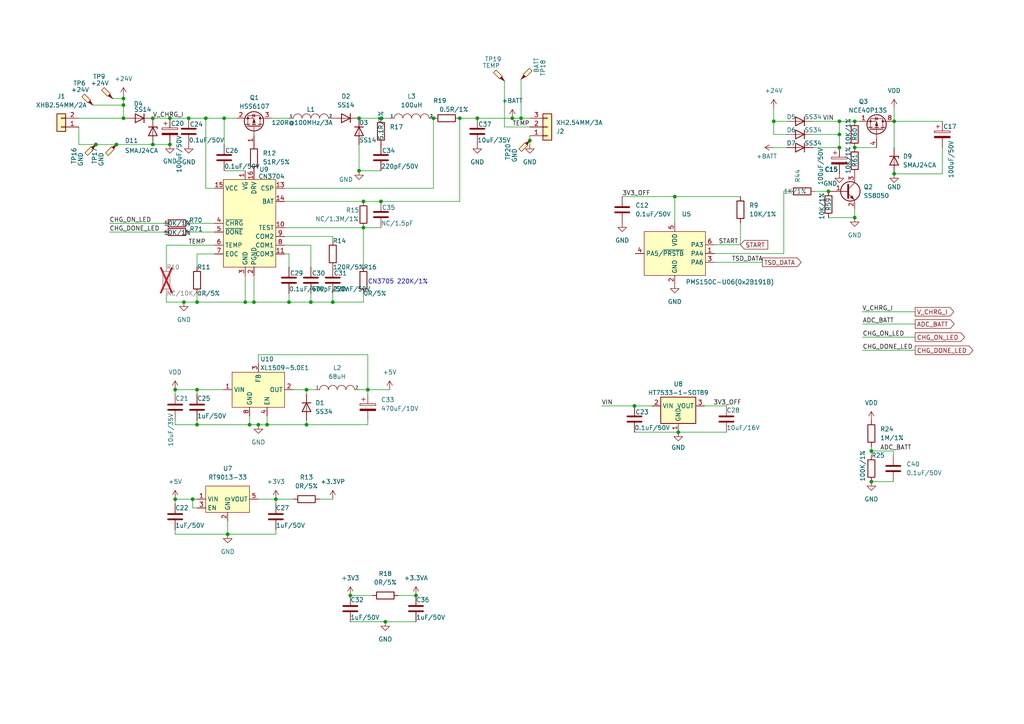
<source format=kicad_sch>
(kicad_sch (version 20231120) (generator "eeschema") (generator_version "8.0")
  (paper "A4")
  (lib_symbols
    (symbol "Connector:TestPoint_Probe" (pin_numbers hide) (pin_names (offset 0.762) hide)
      (property "Reference" "TP" (at 1.651 5.842 0))
      (property "Value" "TestPoint_Probe" (at 1.651 4.064 0))
      (symbol "TestPoint_Probe_0_1"
        (polyline (pts (xy 1.27 0.762) (xy 0 0) (xy 0.762 1.27) (xy 1.27 0.762)) (fill (type outline)))
        (polyline (pts (xy 1.397 0.635) (xy 0.635 1.397) (xy 2.413 3.175) (xy 3.175 2.413) (xy 1.397 0.635)) (fill (type background)))
      )
      (symbol "TestPoint_Probe_1_1"
        (pin passive line (at 0 0 90) (length 0) (name "1") (number "1"))
      )
    )
    (symbol "Connector_Generic:Conn_01x02" (pin_names (offset 1.016) hide)
      (property "Reference" "J" (at 0 2.54 0))
      (property "Value" "Conn_01x02" (at 0 -5.08 0))
      (symbol "Conn_01x02_1_1"
        (rectangle (start -1.27 -2.413) (end 0 -2.667) (stroke (width 0.1524)))
        (rectangle (start -1.27 0.127) (end 0 -0.127) (stroke (width 0.1524)))
        (rectangle (start -1.27 1.27) (end 1.27 -3.81) (stroke (width 0.254)) (fill (type background)))
        (pin passive line (at -5.08 0 0) (length 3.81) (name "Pin_1") (number "1"))
        (pin passive line (at -5.08 -2.54 0) (length 3.81) (name "Pin_2") (number "2"))
      )
    )
    (symbol "Connector_Generic:Conn_01x03" (pin_names (offset 1.016) hide)
      (property "Reference" "J" (at 0 5.08 0))
      (property "Value" "Conn_01x03" (at 0 -5.08 0))
      (symbol "Conn_01x03_1_1"
        (rectangle (start -1.27 -2.413) (end 0 -2.667) (stroke (width 0.1524)))
        (rectangle (start -1.27 0.127) (end 0 -0.127) (stroke (width 0.1524)))
        (rectangle (start -1.27 2.667) (end 0 2.413) (stroke (width 0.1524)))
        (rectangle (start -1.27 3.81) (end 1.27 -3.81) (stroke (width 0.254)) (fill (type background)))
        (pin passive line (at -5.08 2.54 0) (length 3.81) (name "Pin_1") (number "1"))
        (pin passive line (at -5.08 0 0) (length 3.81) (name "Pin_2") (number "2"))
        (pin passive line (at -5.08 -2.54 0) (length 3.81) (name "Pin_3") (number "3"))
      )
    )
    (symbol "Device:C" (pin_numbers hide) (pin_names (offset 0.254))
      (property "Reference" "C" (at 0.635 2.54 0))
      (property "Value" "C" (at 0.635 -2.54 0))
      (symbol "C_0_1"
        (polyline (pts (xy -2.032 -0.762) (xy 2.032 -0.762)) (stroke (width 0.508)))
        (polyline (pts (xy -2.032 0.762) (xy 2.032 0.762)) (stroke (width 0.508)))
      )
      (symbol "C_1_1"
        (pin passive line (at 0 3.81 270) (length 2.794) (name "~") (number "1"))
        (pin passive line (at 0 -3.81 90) (length 2.794) (name "~") (number "2"))
      )
    )
    (symbol "Device:C_Polarized" (pin_numbers hide) (pin_names (offset 0.254))
      (property "Reference" "C" (at 0.635 2.54 0))
      (property "Value" "C_Polarized" (at 0.635 -2.54 0))
      (symbol "C_Polarized_0_1"
        (rectangle (start -2.286 0.508) (end 2.286 1.016))
        (polyline (pts (xy -1.778 2.286) (xy -0.762 2.286)))
        (polyline (pts (xy -1.27 2.794) (xy -1.27 1.778)))
        (rectangle (start 2.286 -0.508) (end -2.286 -1.016) (fill (type outline)))
      )
      (symbol "C_Polarized_1_1"
        (pin passive line (at 0 3.81 270) (length 2.794) (name "~") (number "1"))
        (pin passive line (at 0 -3.81 90) (length 2.794) (name "~") (number "2"))
      )
    )
    (symbol "Device:D" (pin_numbers hide) (pin_names (offset 1.016) hide)
      (property "Reference" "D" (at 0 2.54 0))
      (property "Value" "D" (at 0 -2.54 0))
      (symbol "D_0_1"
        (polyline (pts (xy -1.27 1.27) (xy -1.27 -1.27)) (stroke (width 0.254)))
        (polyline (pts (xy 1.27 0) (xy -1.27 0)))
        (polyline (pts (xy 1.27 1.27) (xy 1.27 -1.27) (xy -1.27 0) (xy 1.27 1.27)) (stroke (width 0.254)))
      )
      (symbol "D_1_1"
        (pin passive line (at -3.81 0 0) (length 2.54) (name "K") (number "1"))
        (pin passive line (at 3.81 0 180) (length 2.54) (name "A") (number "2"))
      )
    )
    (symbol "Device:D_Zener" (pin_numbers hide) (pin_names (offset 1.016) hide)
      (property "Reference" "D" (at 0 2.54 0))
      (property "Value" "D_Zener" (at 0 -2.54 0))
      (symbol "D_Zener_0_1"
        (polyline (pts (xy 1.27 0) (xy -1.27 0)))
        (polyline (pts (xy -1.27 -1.27) (xy -1.27 1.27) (xy -0.762 1.27)) (stroke (width 0.254)))
        (polyline (pts (xy 1.27 -1.27) (xy 1.27 1.27) (xy -1.27 0) (xy 1.27 -1.27)) (stroke (width 0.254)))
      )
      (symbol "D_Zener_1_1"
        (pin passive line (at -3.81 0 0) (length 2.54) (name "K") (number "1"))
        (pin passive line (at 3.81 0 180) (length 2.54) (name "A") (number "2"))
      )
    )
    (symbol "Device:Q_NPN_BEC" (pin_names (offset 0) hide)
      (property "Reference" "Q" (at 5.08 1.27 0))
      (property "Value" "Q_NPN_BEC" (at 5.08 -1.27 0))
      (symbol "Q_NPN_BEC_0_1"
        (polyline (pts (xy 0.635 0.635) (xy 2.54 2.54)))
        (polyline (pts (xy 0.635 -0.635) (xy 2.54 -2.54) (xy 2.54 -2.54)))
        (polyline (pts (xy 0.635 1.905) (xy 0.635 -1.905) (xy 0.635 -1.905)) (stroke (width 0.508)))
        (polyline (pts (xy 1.27 -1.778) (xy 1.778 -1.27) (xy 2.286 -2.286) (xy 1.27 -1.778) (xy 1.27 -1.778)) (fill (type outline)))
        (circle (center 1.27 0) (radius 2.8194) (stroke (width 0.254)))
      )
      (symbol "Q_NPN_BEC_1_1"
        (pin input line (at -5.08 0 0) (length 5.715) (name "B") (number "1"))
        (pin passive line (at 2.54 -5.08 90) (length 2.54) (name "E") (number "2"))
        (pin passive line (at 2.54 5.08 270) (length 2.54) (name "C") (number "3"))
      )
    )
    (symbol "Device:Q_PMOS_GSD" (pin_names (offset 0) hide)
      (property "Reference" "Q" (at 5.08 1.27 0))
      (property "Value" "Q_PMOS_GSD" (at 5.08 -1.27 0))
      (symbol "Q_PMOS_GSD_0_1"
        (polyline (pts (xy 0.254 0) (xy -2.54 0)))
        (polyline (pts (xy 0.254 1.905) (xy 0.254 -1.905)) (stroke (width 0.254)))
        (polyline (pts (xy 0.762 -1.27) (xy 0.762 -2.286)) (stroke (width 0.254)))
        (polyline (pts (xy 0.762 0.508) (xy 0.762 -0.508)) (stroke (width 0.254)))
        (polyline (pts (xy 0.762 2.286) (xy 0.762 1.27)) (stroke (width 0.254)))
        (polyline (pts (xy 2.54 2.54) (xy 2.54 1.778)))
        (polyline (pts (xy 2.54 -2.54) (xy 2.54 0) (xy 0.762 0)))
        (polyline (pts (xy 0.762 1.778) (xy 3.302 1.778) (xy 3.302 -1.778) (xy 0.762 -1.778)))
        (polyline (pts (xy 2.286 0) (xy 1.27 0.381) (xy 1.27 -0.381) (xy 2.286 0)) (fill (type outline)))
        (polyline (pts (xy 2.794 -0.508) (xy 2.921 -0.381) (xy 3.683 -0.381) (xy 3.81 -0.254)))
        (polyline (pts (xy 3.302 -0.381) (xy 2.921 0.254) (xy 3.683 0.254) (xy 3.302 -0.381)))
        (circle (center 1.651 0) (radius 2.794) (stroke (width 0.254)))
        (circle (center 2.54 -1.778) (radius 0.254) (fill (type outline)))
        (circle (center 2.54 1.778) (radius 0.254) (fill (type outline)))
      )
      (symbol "Q_PMOS_GSD_1_1"
        (pin input line (at -5.08 0 0) (length 2.54) (name "G") (number "1"))
        (pin passive line (at 2.54 -5.08 90) (length 2.54) (name "S") (number "2"))
        (pin passive line (at 2.54 5.08 270) (length 2.54) (name "D") (number "3"))
      )
    )
    (symbol "Device:R" (pin_numbers hide) (pin_names (offset 0))
      (property "Reference" "R" (at 2.032 0 90))
      (property "Value" "R" (at 0 0 90))
      (symbol "R_0_1"
        (rectangle (start -1.016 -2.54) (end 1.016 2.54) (stroke (width 0.254)))
      )
      (symbol "R_1_1"
        (pin passive line (at 0 3.81 270) (length 1.27) (name "~") (number "1"))
        (pin passive line (at 0 -3.81 90) (length 1.27) (name "~") (number "2"))
      )
    )
    (symbol "GND_1" (power) (pin_names (offset 0))
      (property "Value" "GND_1" (at 0 -3.81 0))
      (symbol "GND_1_0_1"
        (polyline (pts (xy 0 0) (xy 0 -1.27) (xy 1.27 -1.27) (xy 0 -2.54) (xy -1.27 -1.27) (xy 0 -1.27)))
      )
      (symbol "GND_1_1_1"
        (pin power_in line (at 0 0 270) (length 0) hide (name "GND") (number "1"))
      )
    )
    (symbol "Ovo_MCU_Padauk:PMS150C-U06"
      (property "Reference" "U" (at 3.81 10.16 0))
      (property "Value" "PMS150C-U06" (at 8.89 7.62 0))
      (symbol "PMS150C-U06_0_1"
        (rectangle (start -8.89 6.35) (end 8.89 -6.35) (fill (type background)))
      )
      (symbol "PMS150C-U06_1_1"
        (pin bidirectional line (at 11.43 0 180) (length 2.54) (name "PA4") (number "1"))
        (pin power_in line (at 0 -8.89 90) (length 2.54) (name "GND") (number "2"))
        (pin bidirectional line (at 11.43 -2.54 180) (length 2.54) (name "PA6") (number "3"))
        (pin bidirectional line (at -11.43 0 0) (length 2.54) (name "PA5/~{PRSTB}") (number "4"))
        (pin power_in line (at 0 8.89 270) (length 2.54) (name "VDD") (number "5"))
        (pin bidirectional line (at 11.43 2.54 180) (length 2.54) (name "PA3") (number "6"))
      )
    )
    (symbol "Ovo_Power_Management:CN3704"
      (property "Reference" "U" (at -6.35 13.97 0))
      (property "Value" "CN3704" (at -8.89 -15.24 0))
      (symbol "CN3704_0_1"
        (rectangle (start -7.62 12.7) (end 7.62 -12.7) (fill (type background)))
      )
      (symbol "CN3704_1_1"
        (pin power_out line (at -1.27 15.24 270) (length 2.54) (name "VG") (number "1"))
        (pin passive line (at 10.16 -1.27 180) (length 2.54) (name "TEST") (number "10"))
        (pin passive line (at 10.16 -8.89 180) (length 2.54) (name "COM3") (number "11"))
        (pin no_connect line (at 10.16 1.27 180) (length 2.54) hide (name "NC") (number "12"))
        (pin input line (at 10.16 10.16 180) (length 2.54) (name "CSP") (number "13"))
        (pin input line (at 10.16 6.35 180) (length 2.54) (name "BAT") (number "14"))
        (pin power_in line (at -10.16 10.16 0) (length 2.54) (name "VCC") (number "15"))
        (pin output line (at 1.27 15.24 270) (length 2.54) (name "DRV") (number "16"))
        (pin power_in line (at 1.27 -15.24 90) (length 2.54) (name "PGND") (number "2"))
        (pin power_in line (at -1.27 -15.24 90) (length 2.54) (name "GND") (number "3"))
        (pin output line (at -10.16 0 0) (length 2.54) (name "~{CHRG}") (number "4"))
        (pin output line (at -10.16 -2.54 0) (length 2.54) (name "~{DONE}") (number "5"))
        (pin input line (at -10.16 -6.35 0) (length 2.54) (name "TEMP") (number "6"))
        (pin input line (at -10.16 -8.89 0) (length 2.54) (name "EOC") (number "7"))
        (pin passive line (at 10.16 -6.35 180) (length 2.54) (name "COM1") (number "8"))
        (pin passive line (at 10.16 -3.81 180) (length 2.54) (name "COM2") (number "9"))
      )
    )
    (symbol "Ovo_Power_Management:RT9013-xx"
      (property "Reference" "U" (at 0 8.89 0))
      (property "Value" "RT9013-xx" (at 1.27 -10.16 0))
      (symbol "RT9013-xx_0_1"
        (rectangle (start -6.35 3.81) (end 6.35 -3.81) (fill (type background)))
      )
      (symbol "RT9013-xx_1_1"
        (pin power_in line (at -8.89 0 0) (length 2.54) (name "VIN") (number "1"))
        (pin power_in line (at 0 -6.35 90) (length 2.54) (name "GND") (number "2"))
        (pin input line (at -8.89 -2.54 0) (length 2.54) (name "EN") (number "3"))
        (pin passive line (at 8.89 -2.54 180) (length 2.54) hide (name "NC") (number "4"))
        (pin power_out line (at 8.89 0 180) (length 2.54) (name "VOUT") (number "5"))
      )
    )
    (symbol "Ovo_Power_Management:XL1509-xxE1"
      (property "Reference" "U" (at -5.08 6.35 0))
      (property "Value" "XL1509-xxE1" (at 7.62 6.35 0))
      (symbol "XL1509-xxE1_0_1"
        (rectangle (start -7.62 5.08) (end 7.62 -5.08) (fill (type background)))
      )
      (symbol "XL1509-xxE1_1_1"
        (pin power_in line (at -10.16 0 0) (length 2.54) (name "VIN") (number "1"))
        (pin power_out line (at 10.16 0 180) (length 2.54) (name "OUT") (number "2"))
        (pin input line (at 0 7.62 270) (length 2.54) (name "FB") (number "3"))
        (pin input line (at 2.54 -7.62 90) (length 2.54) (name "EN") (number "4"))
        (pin power_in line (at -2.54 -7.62 90) (length 2.54) hide (name "GND") (number "5"))
        (pin power_in line (at -2.54 -7.62 90) (length 2.54) hide (name "GND") (number "6"))
        (pin power_in line (at -2.54 -7.62 90) (length 2.54) hide (name "GND") (number "7"))
        (pin power_in line (at -2.54 -7.62 90) (length 2.54) (name "GND") (number "8"))
      )
    )
    (symbol "Regulator_Linear:HT75xx-1-SOT89"
      (property "Reference" "U" (at -5.08 -3.81 0))
      (property "Value" "HT75xx-1-SOT89" (at 0 6.35 0))
      (symbol "HT75xx-1-SOT89_0_1"
        (rectangle (start -5.08 5.08) (end 5.08 -2.54) (stroke (width 0.254)) (fill (type background)))
      )
      (symbol "HT75xx-1-SOT89_1_1"
        (pin power_in line (at 0 -5.08 90) (length 2.54) (name "GND") (number "1"))
        (pin power_in line (at -7.62 2.54 0) (length 2.54) (name "VIN") (number "2"))
        (pin power_out line (at 7.62 2.54 180) (length 2.54) (name "VOUT") (number "3"))
      )
    )
    (symbol "Transistor_FET:FDS9435A" (pin_names hide)
      (property "Reference" "Q" (at 5.08 1.905 0))
      (property "Value" "FDS9435A" (at 5.08 0 0))
      (symbol "FDS9435A_0_1"
        (polyline (pts (xy 0.254 0) (xy -2.54 0)))
        (polyline (pts (xy 0.254 1.905) (xy 0.254 -1.905)) (stroke (width 0.254)))
        (polyline (pts (xy 0.762 -1.27) (xy 0.762 -2.286)) (stroke (width 0.254)))
        (polyline (pts (xy 0.762 0.508) (xy 0.762 -0.508)) (stroke (width 0.254)))
        (polyline (pts (xy 0.762 2.286) (xy 0.762 1.27)) (stroke (width 0.254)))
        (polyline (pts (xy 2.54 2.54) (xy 2.54 1.778)))
        (polyline (pts (xy 2.54 -2.54) (xy 2.54 0) (xy 0.762 0)))
        (polyline (pts (xy 0.762 1.778) (xy 3.302 1.778) (xy 3.302 -1.778) (xy 0.762 -1.778)))
        (polyline (pts (xy 2.286 0) (xy 1.27 0.381) (xy 1.27 -0.381) (xy 2.286 0)) (fill (type outline)))
        (polyline (pts (xy 2.794 -0.508) (xy 2.921 -0.381) (xy 3.683 -0.381) (xy 3.81 -0.254)))
        (polyline (pts (xy 3.302 -0.381) (xy 2.921 0.254) (xy 3.683 0.254) (xy 3.302 -0.381)))
        (circle (center 1.651 0) (radius 2.794) (stroke (width 0.254)))
        (circle (center 2.54 -1.778) (radius 0.254) (fill (type outline)))
        (circle (center 2.54 1.778) (radius 0.254) (fill (type outline)))
      )
      (symbol "FDS9435A_1_1"
        (pin passive line (at 2.54 -5.08 90) (length 2.54) (name "S") (number "1"))
        (pin passive line (at 2.54 -5.08 90) (length 2.54) hide (name "S") (number "2"))
        (pin passive line (at 2.54 -5.08 90) (length 2.54) hide (name "S") (number "3"))
        (pin passive line (at -5.08 0 0) (length 2.54) (name "G") (number "4"))
        (pin passive line (at 2.54 5.08 270) (length 2.54) hide (name "D") (number "5"))
        (pin passive line (at 2.54 5.08 270) (length 2.54) hide (name "D") (number "6"))
        (pin passive line (at 2.54 5.08 270) (length 2.54) hide (name "D") (number "7"))
        (pin passive line (at 2.54 5.08 270) (length 2.54) (name "D") (number "8"))
      )
    )
    (symbol "power:+24V" (power) (pin_names (offset 0))
      (property "Value" "+24V" (at 0 3.556 0))
      (symbol "+24V_0_1"
        (polyline (pts (xy -0.762 1.27) (xy 0 2.54)))
        (polyline (pts (xy 0 0) (xy 0 2.54)))
        (polyline (pts (xy 0 2.54) (xy 0.762 1.27)))
      )
      (symbol "+24V_1_1"
        (pin power_in line (at 0 0 90) (length 0) hide (name "+24V") (number "1"))
      )
    )
    (symbol "power:+3.3VA" (power) (pin_names (offset 0))
      (property "Value" "+3.3VA" (at 0 3.556 0))
      (symbol "+3.3VA_0_1"
        (polyline (pts (xy -0.762 1.27) (xy 0 2.54)))
        (polyline (pts (xy 0 0) (xy 0 2.54)))
        (polyline (pts (xy 0 2.54) (xy 0.762 1.27)))
      )
      (symbol "+3.3VA_1_1"
        (pin power_in line (at 0 0 90) (length 0) hide (name "+3.3VA") (number "1"))
      )
    )
    (symbol "power:+3.3VP" (power) (pin_names (offset 0))
      (property "Value" "+3.3VP" (at 0 2.54 0))
      (symbol "+3.3VP_0_0"
        (pin power_in line (at 0 0 90) (length 0) hide (name "+3.3VP") (number "1"))
      )
      (symbol "+3.3VP_0_1"
        (polyline (pts (xy -0.762 1.27) (xy 0 2.54)))
        (polyline (pts (xy 0 0) (xy 0 2.54)))
        (polyline (pts (xy 0 2.54) (xy 0.762 1.27)))
      )
    )
    (symbol "power:+3V3" (power) (pin_names (offset 0))
      (property "Value" "+3V3" (at 0 3.556 0))
      (symbol "+3V3_0_1"
        (polyline (pts (xy -0.762 1.27) (xy 0 2.54)))
        (polyline (pts (xy 0 0) (xy 0 2.54)))
        (polyline (pts (xy 0 2.54) (xy 0.762 1.27)))
      )
      (symbol "+3V3_1_1"
        (pin power_in line (at 0 0 90) (length 0) hide (name "+3V3") (number "1"))
      )
    )
    (symbol "power:+5V" (power) (pin_names (offset 0))
      (property "Value" "+5V" (at 0 3.556 0))
      (symbol "+5V_0_1"
        (polyline (pts (xy -0.762 1.27) (xy 0 2.54)))
        (polyline (pts (xy 0 0) (xy 0 2.54)))
        (polyline (pts (xy 0 2.54) (xy 0.762 1.27)))
      )
      (symbol "+5V_1_1"
        (pin power_in line (at 0 0 90) (length 0) hide (name "+5V") (number "1"))
      )
    )
    (symbol "power:+BATT" (power) (pin_names (offset 0))
      (property "Value" "+BATT" (at 0 3.556 0))
      (symbol "+BATT_0_1"
        (polyline (pts (xy -0.762 1.27) (xy 0 2.54)))
        (polyline (pts (xy 0 0) (xy 0 2.54)))
        (polyline (pts (xy 0 2.54) (xy 0.762 1.27)))
      )
      (symbol "+BATT_1_1"
        (pin power_in line (at 0 0 90) (length 0) hide (name "+BATT") (number "1"))
      )
    )
    (symbol "power:GND" (power) (pin_names (offset 0))
      (property "Value" "GND" (at 0 -3.81 0))
      (symbol "GND_0_1"
        (polyline (pts (xy 0 0) (xy 0 -1.27) (xy 1.27 -1.27) (xy 0 -2.54) (xy -1.27 -1.27) (xy 0 -1.27)))
      )
      (symbol "GND_1_1"
        (pin power_in line (at 0 0 270) (length 0) hide (name "GND") (number "1"))
      )
    )
    (symbol "power:VDD" (power) (pin_names (offset 0))
      (property "Value" "VDD" (at 0 3.81 0))
      (symbol "VDD_0_1"
        (polyline (pts (xy -0.762 1.27) (xy 0 2.54)))
        (polyline (pts (xy 0 0) (xy 0 2.54)))
        (polyline (pts (xy 0 2.54) (xy 0.762 1.27)))
      )
      (symbol "VDD_1_1"
        (pin power_in line (at 0 0 90) (length 0) hide (name "VDD") (number "1"))
      )
    )
    (symbol "pspice:INDUCTOR" (pin_numbers hide) (pin_names (offset 0))
      (property "Reference" "L" (at 0 2.54 0))
      (property "Value" "INDUCTOR" (at 0 -1.27 0))
      (symbol "INDUCTOR_0_1"
        (arc (start -2.54 0) (mid -3.81 1.2645) (end -5.08 0))
        (arc (start 0 0) (mid -1.27 1.2645) (end -2.54 0))
        (arc (start 2.54 0) (mid 1.27 1.2645) (end 0 0))
        (arc (start 5.08 0) (mid 3.81 1.2645) (end 2.54 0))
      )
      (symbol "INDUCTOR_1_1"
        (pin input line (at -6.35 0 0) (length 1.27) (name "1") (number "1"))
        (pin input line (at 6.35 0 180) (length 1.27) (name "2") (number "2"))
      )
    )
  )
  (junction (at 27.813 41.91))
  (junction (at 195.707 57.023))
  (junction (at 133.35 34.29))
  (junction (at 55.88 144.78))
  (junction (at 49.276 41.91))
  (junction (at 57.15 123.19))
  (junction (at 243.459 42.799))
  (junction (at 243.459 38.989))
  (junction (at 53.34 87.63))
  (junction (at 57.15 113.03))
  (junction (at 57.15 87.63))
  (junction (at 111.76 180.34))
  (junction (at 196.723 125.349))
  (junction (at 153.67 40.767))
  (junction (at 184.023 117.729))
  (junction (at 259.334 50.419))
  (junction (at 74.93 123.19))
  (junction (at 72.39 123.19))
  (junction (at 83.82 87.63))
  (junction (at 66.04 154.94))
  (junction (at 259.334 35.179))
  (junction (at 105.41 66.04))
  (junction (at 101.6 172.72))
  (junction (at 88.9 113.03))
  (junction (at 240.284 55.499))
  (junction (at 77.47 123.19))
  (junction (at 50.8 144.78))
  (junction (at 120.65 172.72))
  (junction (at 44.323 34.29))
  (junction (at 59.69 34.29))
  (junction (at 104.14 49.53))
  (junction (at 65.024 34.29))
  (junction (at 80.01 144.78))
  (junction (at 110.49 58.42))
  (junction (at 71.12 87.63))
  (junction (at 35.814 28.575))
  (junction (at 224.409 35.179))
  (junction (at 104.14 34.29))
  (junction (at 252.73 139.7))
  (junction (at 247.904 42.799))
  (junction (at 247.904 35.179))
  (junction (at 148.59 34.29))
  (junction (at 106.68 113.03))
  (junction (at 50.8 113.03))
  (junction (at 88.9 123.19))
  (junction (at 35.814 34.29))
  (junction (at 96.52 87.63))
  (junction (at 35.814 30.48))
  (junction (at 73.66 87.63))
  (junction (at 243.459 35.179))
  (junction (at 33.782 41.91))
  (junction (at 90.17 87.63))
  (junction (at 252.73 130.81))
  (junction (at 54.737 34.29))
  (junction (at 125.73 34.29))
  (junction (at 110.49 34.29))
  (junction (at 138.43 34.29))
  (junction (at 105.41 58.42))
  (junction (at 49.276 34.29))
  (junction (at 151.13 34.29))
  (junction (at 247.904 63.119))
  (junction (at 44.323 41.91))
  (wire (pts (xy 77.47 123.19) (xy 88.9 123.19)))
  (wire (pts (xy 250.063 90.424) (xy 265.43 90.424)))
  (wire (pts (xy 49.276 34.29) (xy 54.737 34.29)))
  (wire (pts (xy 196.723 125.349) (xy 210.693 125.349)))
  (wire (pts (xy 57.15 123.19) (xy 57.15 121.92)))
  (wire (pts (xy 105.41 66.04) (xy 105.41 77.47)))
  (wire (pts (xy 146.304 36.83) (xy 153.67 36.83)))
  (wire (pts (xy 252.73 139.7) (xy 259.08 139.7)))
  (wire (pts (xy 151.13 22.987) (xy 151.13 34.29)))
  (wire (pts (xy 224.409 31.369) (xy 224.409 35.179)))
  (wire (pts (xy 252.73 130.81) (xy 259.08 130.81)))
  (wire (pts (xy 22.86 41.91) (xy 27.813 41.91)))
  (wire (pts (xy 57.15 77.47) (xy 57.15 73.66)))
  (wire (pts (xy 74.93 102.87) (xy 106.68 102.87)))
  (wire (pts (xy 259.08 132.08) (xy 259.08 130.81)))
  (wire (pts (xy 35.814 28.575) (xy 35.814 30.48)))
  (wire (pts (xy 104.14 49.53) (xy 104.14 41.91)))
  (wire (pts (xy 73.66 80.01) (xy 73.66 87.63)))
  (wire (pts (xy 74.93 123.19) (xy 77.47 123.19)))
  (wire (pts (xy 195.707 57.023) (xy 214.757 57.023)))
  (wire (pts (xy 82.55 66.04) (xy 105.41 66.04)))
  (wire (pts (xy 92.71 144.78) (xy 96.52 144.78)))
  (wire (pts (xy 72.39 123.19) (xy 74.93 123.19)))
  (wire (pts (xy 27.813 41.91) (xy 33.782 41.91)))
  (wire (pts (xy 151.13 34.29) (xy 153.67 34.29)))
  (wire (pts (xy 55.118 67.31) (xy 62.23 67.31)))
  (wire (pts (xy 105.41 66.04) (xy 110.49 66.04)))
  (wire (pts (xy 26.924 30.48) (xy 35.814 30.48)))
  (wire (pts (xy 243.459 35.179) (xy 243.459 38.989)))
  (wire (pts (xy 240.284 63.119) (xy 247.904 63.119)))
  (wire (pts (xy 48.26 77.47) (xy 48.26 71.12)))
  (wire (pts (xy 273.304 42.799) (xy 273.304 50.419)))
  (wire (pts (xy 22.86 36.83) (xy 22.86 41.91)))
  (wire (pts (xy 96.52 87.63) (xy 96.52 85.09)))
  (wire (pts (xy 31.75 64.77) (xy 47.498 64.77)))
  (wire (pts (xy 77.47 120.65) (xy 77.47 123.19)))
  (wire (pts (xy 83.82 77.47) (xy 83.82 73.66)))
  (wire (pts (xy 88.9 123.19) (xy 106.68 123.19)))
  (wire (pts (xy 59.69 34.29) (xy 59.69 54.61)))
  (wire (pts (xy 74.93 144.78) (xy 80.01 144.78)))
  (wire (pts (xy 247.904 35.179) (xy 249.174 35.179)))
  (wire (pts (xy 53.34 87.63) (xy 57.15 87.63)))
  (wire (pts (xy 50.8 123.19) (xy 50.8 121.92)))
  (wire (pts (xy 250.19 101.6) (xy 265.43 101.6)))
  (wire (pts (xy 65.024 34.29) (xy 68.58 34.29)))
  (wire (pts (xy 133.35 34.29) (xy 138.43 34.29)))
  (wire (pts (xy 106.68 123.19) (xy 106.68 121.92)))
  (wire (pts (xy 57.15 123.19) (xy 72.39 123.19)))
  (wire (pts (xy 146.304 23.495) (xy 146.304 36.83)))
  (wire (pts (xy 259.334 35.179) (xy 259.334 42.799)))
  (wire (pts (xy 224.409 35.179) (xy 224.409 38.989)))
  (wire (pts (xy 66.04 154.94) (xy 80.01 154.94)))
  (wire (pts (xy 235.839 38.989) (xy 243.459 38.989)))
  (wire (pts (xy 207.137 76.073) (xy 221.107 76.073)))
  (wire (pts (xy 54.737 34.29) (xy 59.69 34.29)))
  (wire (pts (xy 101.6 180.34) (xy 111.76 180.34)))
  (wire (pts (xy 50.8 153.67) (xy 50.8 154.94)))
  (wire (pts (xy 224.409 35.179) (xy 228.219 35.179)))
  (wire (pts (xy 259.334 35.179) (xy 273.304 35.179)))
  (wire (pts (xy 214.757 64.643) (xy 214.757 70.993)))
  (wire (pts (xy 50.8 146.05) (xy 50.8 144.78)))
  (wire (pts (xy 90.17 87.63) (xy 96.52 87.63)))
  (wire (pts (xy 44.323 41.91) (xy 49.276 41.91)))
  (wire (pts (xy 101.6 172.72) (xy 107.95 172.72)))
  (wire (pts (xy 55.118 64.77) (xy 62.23 64.77)))
  (wire (pts (xy 72.39 120.65) (xy 72.39 123.19)))
  (wire (pts (xy 65.024 41.91) (xy 65.024 34.29)))
  (wire (pts (xy 236.474 55.499) (xy 240.284 55.499)))
  (wire (pts (xy 74.93 105.41) (xy 74.93 102.87)))
  (wire (pts (xy 153.67 41.91) (xy 153.67 40.767)))
  (wire (pts (xy 48.26 85.09) (xy 48.26 87.63)))
  (wire (pts (xy 138.43 34.29) (xy 148.59 34.29)))
  (wire (pts (xy 184.023 125.349) (xy 196.723 125.349)))
  (wire (pts (xy 214.757 70.993) (xy 207.137 70.993)))
  (wire (pts (xy 35.814 27.94) (xy 35.814 28.575)))
  (wire (pts (xy 106.68 102.87) (xy 106.68 113.03)))
  (wire (pts (xy 90.17 77.47) (xy 90.17 71.12)))
  (wire (pts (xy 83.82 87.63) (xy 83.82 85.09)))
  (wire (pts (xy 73.66 87.63) (xy 83.82 87.63)))
  (wire (pts (xy 113.03 34.29) (xy 110.49 34.29)))
  (wire (pts (xy 50.8 113.03) (xy 57.15 113.03)))
  (wire (pts (xy 65.024 49.53) (xy 71.12 49.53)))
  (wire (pts (xy 243.459 35.179) (xy 247.904 35.179)))
  (wire (pts (xy 227.33 55.499) (xy 227.33 73.533)))
  (wire (pts (xy 48.26 87.63) (xy 53.34 87.63)))
  (wire (pts (xy 80.01 144.78) (xy 85.09 144.78)))
  (wire (pts (xy 125.73 54.61) (xy 125.73 34.29)))
  (wire (pts (xy 91.44 113.03) (xy 88.9 113.03)))
  (wire (pts (xy 207.137 73.533) (xy 227.33 73.533)))
  (wire (pts (xy 44.323 34.29) (xy 49.276 34.29)))
  (wire (pts (xy 82.55 54.61) (xy 125.73 54.61)))
  (wire (pts (xy 59.69 34.29) (xy 65.024 34.29)))
  (wire (pts (xy 73.66 87.63) (xy 71.12 87.63)))
  (wire (pts (xy 250.19 97.79) (xy 265.43 97.79)))
  (wire (pts (xy 88.9 114.3) (xy 88.9 113.03)))
  (wire (pts (xy 104.14 49.53) (xy 110.49 49.53)))
  (wire (pts (xy 50.8 114.3) (xy 50.8 113.03)))
  (wire (pts (xy 204.343 117.729) (xy 210.693 117.729)))
  (wire (pts (xy 133.35 58.42) (xy 133.35 34.29)))
  (wire (pts (xy 110.49 34.29) (xy 104.14 34.29)))
  (wire (pts (xy 48.26 71.12) (xy 62.23 71.12)))
  (wire (pts (xy 35.814 30.48) (xy 35.814 34.29)))
  (wire (pts (xy 106.68 113.03) (xy 104.14 113.03)))
  (wire (pts (xy 115.57 172.72) (xy 120.65 172.72)))
  (wire (pts (xy 80.01 154.94) (xy 80.01 153.67)))
  (wire (pts (xy 35.814 34.29) (xy 36.703 34.29)))
  (wire (pts (xy 180.467 57.023) (xy 195.707 57.023)))
  (wire (pts (xy 78.74 34.29) (xy 83.82 34.29)))
  (wire (pts (xy 57.15 87.63) (xy 71.12 87.63)))
  (wire (pts (xy 71.12 87.63) (xy 71.12 80.01)))
  (wire (pts (xy 153.67 40.767) (xy 153.67 39.37)))
  (wire (pts (xy 55.88 144.78) (xy 57.15 144.78)))
  (wire (pts (xy 57.15 113.03) (xy 64.77 113.03)))
  (wire (pts (xy 31.75 67.31) (xy 47.498 67.31)))
  (wire (pts (xy 106.68 114.3) (xy 106.68 113.03)))
  (wire (pts (xy 50.8 123.19) (xy 57.15 123.19)))
  (wire (pts (xy 57.15 87.63) (xy 57.15 85.09)))
  (wire (pts (xy 50.8 154.94) (xy 66.04 154.94)))
  (wire (pts (xy 83.82 73.66) (xy 82.55 73.66)))
  (wire (pts (xy 105.41 87.63) (xy 96.52 87.63)))
  (wire (pts (xy 50.8 144.78) (xy 55.88 144.78)))
  (wire (pts (xy 105.41 58.42) (xy 110.49 58.42)))
  (wire (pts (xy 33.782 41.91) (xy 44.323 41.91)))
  (wire (pts (xy 227.33 55.499) (xy 228.854 55.499)))
  (wire (pts (xy 174.498 117.729) (xy 184.023 117.729)))
  (wire (pts (xy 235.839 42.799) (xy 243.459 42.799)))
  (wire (pts (xy 80.01 144.78) (xy 80.01 146.05)))
  (wire (pts (xy 224.409 38.989) (xy 228.219 38.989)))
  (wire (pts (xy 195.707 57.023) (xy 195.707 64.643)))
  (wire (pts (xy 247.904 63.119) (xy 247.904 60.579)))
  (wire (pts (xy 66.04 151.13) (xy 66.04 154.94)))
  (wire (pts (xy 111.76 180.34) (xy 120.65 180.34)))
  (wire (pts (xy 259.334 35.179) (xy 259.334 31.369)))
  (wire (pts (xy 235.839 35.179) (xy 243.459 35.179)))
  (wire (pts (xy 88.9 123.19) (xy 88.9 121.92)))
  (wire (pts (xy 113.03 113.03) (xy 106.68 113.03)))
  (wire (pts (xy 252.73 129.54) (xy 252.73 130.81)))
  (wire (pts (xy 55.88 147.32) (xy 55.88 144.78)))
  (wire (pts (xy 224.409 42.799) (xy 228.219 42.799)))
  (wire (pts (xy 83.82 87.63) (xy 90.17 87.63)))
  (wire (pts (xy 148.59 34.29) (xy 151.13 34.29)))
  (wire (pts (xy 57.15 73.66) (xy 62.23 73.66)))
  (wire (pts (xy 22.86 34.29) (xy 35.814 34.29)))
  (wire (pts (xy 57.15 147.32) (xy 55.88 147.32)))
  (wire (pts (xy 32.639 28.575) (xy 35.814 28.575)))
  (wire (pts (xy 105.41 85.09) (xy 105.41 87.63)))
  (wire (pts (xy 110.49 58.42) (xy 133.35 58.42)))
  (wire (pts (xy 250.19 93.98) (xy 265.43 93.98)))
  (wire (pts (xy 85.09 113.03) (xy 88.9 113.03)))
  (wire (pts (xy 243.459 38.989) (xy 243.459 42.799)))
  (wire (pts (xy 252.73 130.81) (xy 252.73 132.08)))
  (wire (pts (xy 62.23 54.61) (xy 59.69 54.61)))
  (wire (pts (xy 96.52 69.85) (xy 96.52 68.58)))
  (wire (pts (xy 57.15 113.03) (xy 57.15 114.3)))
  (wire (pts (xy 82.55 58.42) (xy 105.41 58.42)))
  (wire (pts (xy 184.023 117.729) (xy 189.103 117.729)))
  (wire (pts (xy 273.304 50.419) (xy 259.334 50.419)))
  (wire (pts (xy 247.904 42.799) (xy 254.254 42.799)))
  (wire (pts (xy 90.17 87.63) (xy 90.17 85.09)))
  (wire (pts (xy 82.55 68.58) (xy 96.52 68.58)))
  (wire (pts (xy 90.17 71.12) (xy 82.55 71.12)))
  (text "CN3705 220K/1%" (at 106.68 82.55 0) (effects (font (size 1.27 1.27)) (justify left bottom)))
  (label "CHG_DONE_LED" (at 31.75 67.31 0))
  (label "START" (at 208.407 70.993 0))
  (label "CHG_ON_LED" (at 31.75 64.77 0))
  (label "CHG_ON_LED" (at 250.19 97.79 0))
  (label "TEMP" (at 54.61 71.12 0))
  (label "CHG_DONE_LED" (at 250.19 101.6 0))
  (label "V_CHRG_I" (at 44.323 34.29 0))
  (label "TSD_DATA" (at 212.217 76.073 0))
  (label "3V3_OFF" (at 180.467 57.023 0))
  (label "VIN" (at 174.498 117.729 0))
  (label "3V3_OFF" (at 206.883 117.729 0))
  (label "TEMP" (at 148.59 36.83 0))
  (label "ADC_BATT" (at 255.27 130.81 0))
  (label "VIN" (at 238.633 35.179 0))
  (label "ADC_BATT" (at 250.19 93.98 0))
  (label "V_CHRG_I" (at 250.063 90.424 0))
  (global_label "ADC_BATT" (shape output) (at 265.43 93.98 0) (property "Intersheetrefs" "${INTERSHEET_REFS}" (effects (hide yes))))
  (global_label "CHG_ON_LED" (shape output) (at 265.43 97.79 0) (property "Intersheetrefs" "${INTERSHEET_REFS}" (effects (hide yes))))
  (global_label "TSD_DATA" (shape output) (at 221.107 76.073 0) (property "Intersheetrefs" "${INTERSHEET_REFS}" (effects (hide yes))))
  (global_label "V_CHRG_I" (shape output) (at 265.43 90.424 0) (property "Intersheetrefs" "${INTERSHEET_REFS}" (effects (hide yes))))
  (global_label "START" (shape input) (at 214.757 70.993 0) (property "Intersheetrefs" "${INTERSHEET_REFS}" (effects (hide yes))))
  (global_label "CHG_DONE_LED" (shape output) (at 265.43 101.6 0) (property "Intersheetrefs" "${INTERSHEET_REFS}" (effects (hide yes))))
  (symbol (lib_id "power:GND") (at 153.67 41.91 0) (unit 1)
    (property "Reference" "#PWR0152" (effects (hide yes)))
    (property "Value" "GND" (at 153.67 46.99 0))
  )
  (symbol (lib_id "Device:R") (at 48.26 81.28 0) (unit 1) (in_bom no) (dnp yes)
    (property "Reference" "R10" (at 48.26 77.47 0) (effects (justify left)))
    (property "Value" "NC/10K/1%" (at 48.26 85.09 0) (effects (justify left)))
    (property "Footprint" "Resistor_SMD:R_0603_1608Metric" (effects (hide yes)))
  )
  (symbol (lib_id "Device:D_Zener") (at 259.334 46.609 270) (unit 1)
    (property "Reference" "D9" (at 261.874 45.3389 90) (effects (justify left)))
    (property "Value" "SMAJ24CA" (at 261.874 47.8789 90) (effects (justify left)))
    (property "Footprint" "Diode_SMD:D_SMA" (effects (hide yes)))
  )
  (symbol (lib_id "Device:R") (at 105.41 62.23 0) (unit 1)
    (property "Reference" "R15" (at 100.33 60.96 0) (effects (justify left)))
    (property "Value" "NC/1.3M/1%" (at 91.44 63.5 0) (effects (justify left)))
    (property "Footprint" "Resistor_SMD:R_0603_1608Metric" (effects (hide yes)))
  )
  (symbol (lib_id "Regulator_Linear:HT75xx-1-SOT89") (at 196.723 120.269 0) (unit 1)
    (property "Reference" "U8" (at 196.723 111.379 0))
    (property "Value" "HT7533-1-SOT89" (at 196.723 113.919 0))
    (property "Footprint" "Package_TO_SOT_SMD:SOT-89-3" (effects (hide yes)))
    (property "Datasheet" "https://www.holtek.com/documents/10179/116711/HT75xx-1v250.pdf" (effects (hide yes)))
  )
  (symbol (lib_id "Device:R") (at 73.66 45.72 0) (unit 1)
    (property "Reference" "R12" (at 76.2 44.4499 0) (effects (justify left)))
    (property "Value" "51R/5%" (at 76.2 46.9899 0) (effects (justify left)))
    (property "Footprint" "Resistor_SMD:R_0603_1608Metric" (effects (hide yes)))
  )
  (symbol (lib_id "Device:C") (at 138.43 38.1 0) (unit 1)
    (property "Reference" "C37" (at 138.684 36.068 0) (effects (justify left)))
    (property "Value" "10uF/35V" (at 138.43 40.64 0) (effects (justify left)))
    (property "Footprint" "Capacitor_SMD:C_0805_2012Metric" (effects (hide yes)))
  )
  (symbol (lib_id "Device:D_Zener") (at 44.323 38.1 270) (unit 1)
    (property "Reference" "D11" (at 36.195 40.767 90) (effects (justify left)))
    (property "Value" "SMAJ24CA" (at 36.195 43.688 90) (effects (justify left)))
    (property "Footprint" "Diode_SMD:D_SMA" (effects (hide yes)))
  )
  (symbol (lib_id "Device:C_Polarized") (at 49.276 38.1 0) (unit 1)
    (property "Reference" "C20" (at 49.53 35.814 0) (effects (justify left)))
    (property "Value" "100uF/50V" (at 51.943 50.165 90) (effects (justify left)))
    (property "Footprint" "Capacitor_THT:CP_Radial_D6.3mm_P2.50mm" (effects (hide yes)))
  )
  (symbol (lib_id "power:GND") (at 54.737 41.91 0) (unit 1)
    (property "Reference" "#PWR0137" (effects (hide yes)))
    (property "Value" "GND" (at 54.737 46.99 0))
  )
  (symbol (lib_id "Device:C") (at 184.023 121.539 0) (unit 1)
    (property "Reference" "C23" (at 184.277 119.507 0) (effects (justify left)))
    (property "Value" "0.1uF/50V" (at 184.023 124.079 0) (effects (justify left)))
    (property "Footprint" "Capacitor_SMD:C_0603_1608Metric" (effects (hide yes)))
  )
  (symbol (lib_id "Device:C") (at 80.01 149.86 0) (unit 1)
    (property "Reference" "C27" (at 80.01 147.32 0) (effects (justify left)))
    (property "Value" "1uF/50V" (at 80.01 152.4 0) (effects (justify left)))
    (property "Footprint" "Capacitor_SMD:C_0603_1608Metric" (effects (hide yes)))
  )
  (symbol (lib_id "power:+24V") (at 35.814 27.94 0) (unit 1)
    (property "Reference" "#PWR02" (effects (hide yes)))
    (property "Value" "+24V" (at 35.814 22.86 0))
  )
  (symbol (lib_id "Device:C") (at 120.65 176.53 0) (unit 1)
    (property "Reference" "C36" (at 120.65 173.99 0) (effects (justify left)))
    (property "Value" "1uF/50V" (at 120.65 179.07 0) (effects (justify left)))
    (property "Footprint" "Capacitor_SMD:C_0603_1608Metric" (effects (hide yes)))
  )
  (symbol (lib_id "Device:C") (at 65.024 45.72 0) (unit 1)
    (property "Reference" "C26" (at 65.278 43.688 0) (effects (justify left)))
    (property "Value" "0.1uF/50V" (at 65.024 48.26 0) (effects (justify left)))
    (property "Footprint" "Capacitor_SMD:C_0603_1608Metric" (effects (hide yes)))
  )
  (symbol (lib_id "Device:D") (at 232.029 42.799 180) (unit 1)
    (property "Reference" "D7" (at 229.489 41.529 0))
    (property "Value" "SS34" (at 235.839 41.529 0))
    (property "Footprint" "Diode_SMD:D_SMA" (effects (hide yes)))
  )
  (symbol (lib_id "Device:D") (at 232.029 38.989 180) (unit 1)
    (property "Reference" "D6" (at 229.489 37.719 0))
    (property "Value" "SS34" (at 235.839 37.719 0))
    (property "Footprint" "Diode_SMD:D_SMA" (effects (hide yes)))
  )
  (symbol (lib_id "Device:C") (at 83.82 81.28 0) (unit 1)
    (property "Reference" "C29" (at 84.074 79.248 0) (effects (justify left)))
    (property "Value" "0.1uF/50V" (at 83.82 83.82 0) (effects (justify left)))
    (property "Footprint" "Capacitor_SMD:C_0603_1608Metric" (effects (hide yes)))
  )
  (symbol (lib_id "Device:C") (at 96.52 81.28 0) (unit 1)
    (property "Reference" "C31" (at 96.774 79.248 0) (effects (justify left)))
    (property "Value" "220nF/50V" (at 96.52 83.82 0) (effects (justify left)))
    (property "Footprint" "Capacitor_SMD:C_0603_1608Metric" (effects (hide yes)))
  )
  (symbol (lib_id "Device:C") (at 90.17 81.28 0) (unit 1)
    (property "Reference" "C30" (at 90.424 79.248 0) (effects (justify left)))
    (property "Value" "470pF/50V" (at 90.17 83.82 0) (effects (justify left)))
    (property "Footprint" "Capacitor_SMD:C_0603_1608Metric" (effects (hide yes)))
  )
  (symbol (lib_id "Device:C_Polarized") (at 243.459 46.609 0) (unit 1)
    (property "Reference" "C15" (at 239.014 49.149 0) (effects (font (bold yes)) (justify left)))
    (property "Value" "100uF/50V" (at 237.998 53.721 90) (effects (justify left)))
    (property "Footprint" "Capacitor_THT:CP_Radial_D6.3mm_P2.50mm" (effects (hide yes)))
  )
  (symbol (lib_id "Connector:TestPoint_Probe") (at 27.813 41.91 180) (unit 1)
    (property "Reference" "TP16" (at 21.463 47.625 90) (effects (justify right)))
    (property "Value" "GND" (at 23.368 48.26 90) (effects (justify right)))
    (property "Footprint" "TestPoint:TestPoint_Pad_D1.0mm" (effects (hide yes)))
  )
  (symbol (lib_id "Device:C") (at 210.693 121.539 0) (unit 1)
    (property "Reference" "C28" (at 210.693 118.999 0) (effects (justify left)))
    (property "Value" "10uF/16V" (at 210.693 124.079 0) (effects (justify left)))
    (property "Footprint" "Capacitor_SMD:C_0603_1608Metric" (effects (hide yes)))
  )
  (symbol (lib_id "power:GND") (at 111.76 180.34 0) (unit 1)
    (property "Reference" "#PWR0133" (effects (hide yes)))
    (property "Value" "GND" (at 111.76 185.42 0))
  )
  (symbol (lib_id "Device:R") (at 232.664 55.499 270) (unit 1)
    (property "Reference" "R44" (at 231.3939 52.959 0) (effects (justify right)))
    (property "Value" "1K/1%" (at 233.934 55.499 90) (effects (justify right)))
    (property "Footprint" "Resistor_SMD:R_0603_1608Metric" (effects (hide yes)))
  )
  (symbol (lib_id "Device:C") (at 50.8 118.11 0) (unit 1)
    (property "Reference" "C21" (at 50.8 115.57 0) (effects (justify left)))
    (property "Value" "10uF/35V" (at 49.53 129.54 90) (effects (justify left)))
    (property "Footprint" "Capacitor_SMD:C_0805_2012Metric" (effects (hide yes)))
  )
  (symbol (lib_id "Device:R") (at 88.9 144.78 90) (unit 1)
    (property "Reference" "R13" (at 88.9 138.43 90))
    (property "Value" "0R/5%" (at 88.9 140.97 90))
    (property "Footprint" "Resistor_SMD:R_0603_1608Metric" (effects (hide yes)))
  )
  (symbol (lib_id "Device:C") (at 101.6 176.53 0) (unit 1)
    (property "Reference" "C32" (at 101.6 173.99 0) (effects (justify left)))
    (property "Value" "1uF/50V" (at 101.6 179.07 0) (effects (justify left)))
    (property "Footprint" "Capacitor_SMD:C_0603_1608Metric" (effects (hide yes)))
  )
  (symbol (lib_id "Device:D") (at 104.14 38.1 270) (unit 1)
    (property "Reference" "D3" (at 104.14 35.56 90) (effects (justify left)))
    (property "Value" "SS14" (at 104.14 40.64 90) (effects (justify left)))
    (property "Footprint" "Diode_SMD:D_SOD-123" (effects (hide yes)))
  )
  (symbol (lib_id "power:+5V") (at 113.03 113.03 0) (unit 1)
    (property "Reference" "#PWR0145" (effects (hide yes)))
    (property "Value" "+5V" (at 113.03 107.95 0))
  )
  (symbol (lib_id "pspice:INDUCTOR") (at 90.17 34.29 0) (unit 1)
    (property "Reference" "L1" (at 90.17 31.75 0))
    (property "Value" "120R@100MHz/3A" (at 87.63 35.56 0))
    (property "Footprint" "Inductor_SMD:L_1206_3216Metric" (effects (hide yes)))
  )
  (symbol (lib_id "Ovo_Power_Management:XL1509-xxE1") (at 74.93 113.03 0) (unit 1)
    (property "Reference" "U10" (at 77.47 104.14 0))
    (property "Value" "XL1509-5.0E1" (at 82.55 106.68 0))
    (property "Footprint" "Package_SO:SOIC-8_3.9x4.9mm_P1.27mm" (effects (hide yes)))
  )
  (symbol (lib_id "power:GND") (at 49.276 41.91 0) (unit 1)
    (property "Reference" "#PWR0138" (effects (hide yes)))
    (property "Value" "GND" (at 49.276 46.736 0))
  )
  (symbol (lib_id "Device:R") (at 51.308 64.77 90) (unit 1)
    (property "Reference" "R70" (at 56.769 63.881 90))
    (property "Value" "10K/1%" (at 51.435 64.77 90))
    (property "Footprint" "Resistor_SMD:R_0603_1608Metric" (effects (hide yes)))
  )
  (symbol (lib_id "power:GND") (at 195.707 82.423 0) (unit 1)
    (property "Reference" "#PWR011" (effects (hide yes)))
    (property "Value" "GND" (at 195.707 87.503 0))
  )
  (symbol (lib_id "Device:Q_PMOS_GSD") (at 73.66 36.83 270) (mirror x) (unit 1)
    (property "Reference" "Q1" (at 73.787 28.321 90))
    (property "Value" "HSS6107" (at 73.787 30.861 90))
    (property "Footprint" "Package_TO_SOT_SMD:SOT-23" (effects (hide yes)))
  )
  (symbol (lib_id "power:GND") (at 259.334 50.419 0) (unit 1)
    (property "Reference" "#PWR08" (effects (hide yes)))
    (property "Value" "GND" (at 259.334 54.229 0))
  )
  (symbol (lib_id "Device:C") (at 180.467 60.833 0) (unit 1)
    (property "Reference" "C12" (at 184.277 59.5629 0) (effects (justify left)))
    (property "Value" "0.1uF/50V" (at 184.277 62.1029 0) (effects (justify left)))
    (property "Footprint" "Capacitor_SMD:C_0603_1608Metric" (effects (hide yes)))
  )
  (symbol (lib_id "power:VDD") (at 50.8 113.03 0) (unit 1)
    (property "Reference" "#PWR0144" (effects (hide yes)))
    (property "Value" "VDD" (at 50.8 107.95 0))
  )
  (symbol (lib_id "Device:R") (at 51.308 67.31 90) (unit 1)
    (property "Reference" "R71" (at 56.896 66.421 90))
    (property "Value" "10K/1%" (at 51.435 67.437 90))
    (property "Footprint" "Resistor_SMD:R_0603_1608Metric" (effects (hide yes)))
  )
  (symbol (lib_id "power:GND") (at 104.14 49.53 0) (unit 1)
    (property "Reference" "#PWR0136" (effects (hide yes)))
    (property "Value" "GND" (at 100.33 52.07 0))
  )
  (symbol (lib_id "Device:R") (at 57.15 81.28 0) (unit 1)
    (property "Reference" "R11" (at 57.15 77.47 0) (effects (justify left)))
    (property "Value" "0R/5%" (at 57.15 85.09 0) (effects (justify left)))
    (property "Footprint" "Resistor_SMD:R_0603_1608Metric" (effects (hide yes)))
  )
  (symbol (lib_id "Device:C") (at 110.49 45.72 0) (unit 1)
    (property "Reference" "C34" (at 110.744 43.688 0) (effects (justify left)))
    (property "Value" "220pF/50V" (at 110.49 48.26 0) (effects (justify left)))
    (property "Footprint" "Capacitor_SMD:C_0603_1608Metric" (effects (hide yes)))
  )
  (symbol (lib_id "power:+3.3VA") (at 120.65 172.72 0) (unit 1)
    (property "Reference" "#PWR0134" (effects (hide yes)))
    (property "Value" "+3.3VA" (at 120.65 167.64 0))
  )
  (symbol (lib_id "Connector:TestPoint_Probe") (at 146.304 23.495 90) (unit 1)
    (property "Reference" "TP19" (at 140.589 17.145 90) (effects (justify right)))
    (property "Value" "TEMP" (at 139.954 19.05 90) (effects (justify right)))
    (property "Footprint" "TestPoint:TestPoint_Pad_D1.0mm" (effects (hide yes)))
  )
  (symbol (lib_id "power:+BATT") (at 224.409 42.799 90) (unit 1)
    (property "Reference" "#PWR04" (effects (hide yes)))
    (property "Value" "+BATT" (at 219.329 45.339 90) (effects (justify right)))
  )
  (symbol (lib_id "Device:R") (at 252.73 135.89 0) (unit 1)
    (property "Reference" "R25" (at 252.73 132.08 0) (effects (justify left)))
    (property "Value" "100K/1%" (at 250.19 139.7 90) (effects (justify left)))
    (property "Footprint" "Resistor_SMD:R_0603_1608Metric" (effects (hide yes)))
  )
  (symbol (lib_id "Transistor_FET:FDS9435A") (at 254.254 37.719 270) (mirror x) (unit 1)
    (property "Reference" "Q3" (at 250.444 29.464 90))
    (property "Value" "NCE40P13S" (at 251.714 32.004 90))
    (property "Footprint" "Package_SO:SOIC-8_3.9x4.9mm_P1.27mm" (effects (hide yes)))
    (property "Datasheet" "https://www.onsemi.com/pub/Collateral/FDS9435A-D.PDF" (effects (hide yes)))
  )
  (symbol (lib_id "Device:D") (at 88.9 118.11 270) (unit 1)
    (property "Reference" "D1" (at 91.44 116.8399 90) (effects (justify left)))
    (property "Value" "SS34" (at 91.44 119.3799 90) (effects (justify left)))
    (property "Footprint" "Diode_SMD:D_SMA" (effects (hide yes)))
  )
  (symbol (lib_id "power:+24V") (at 224.409 31.369 0) (unit 1)
    (property "Reference" "#PWR03" (effects (hide yes)))
    (property "Value" "+24V" (at 224.409 26.289 0))
  )
  (symbol (lib_id "power:VDD") (at 259.334 31.369 0) (unit 1)
    (property "Reference" "#PWR07" (effects (hide yes)))
    (property "Value" "VDD" (at 259.334 26.289 0))
  )
  (symbol (lib_id "pspice:INDUCTOR") (at 97.79 113.03 0) (unit 1)
    (property "Reference" "L2" (at 97.79 106.68 0))
    (property "Value" "68uH" (at 97.79 109.22 0))
    (property "Footprint" "Ovo_Inductor_SMD:L_GZJ_CD75" (effects (hide yes)))
  )
  (symbol (lib_id "Device:D") (at 100.33 34.29 180) (unit 1)
    (property "Reference" "D2" (at 100.33 27.94 0))
    (property "Value" "SS14" (at 100.33 30.48 0))
    (property "Footprint" "Diode_SMD:D_SOD-123" (effects (hide yes)))
  )
  (symbol (lib_id "Ovo_Power_Management:RT9013-xx") (at 66.04 144.78 0) (unit 1)
    (property "Reference" "U7" (at 66.04 135.89 0))
    (property "Value" "RT9013-33" (at 66.04 138.43 0))
    (property "Footprint" "Package_TO_SOT_SMD:SOT-23-5" (effects (hide yes)))
  )
  (symbol (lib_id "Device:R") (at 129.54 34.29 90) (unit 1)
    (property "Reference" "R19" (at 129.54 29.21 90) (effects (justify left)))
    (property "Value" "0.5R/1%" (at 135.89 31.75 90) (effects (justify left)))
    (property "Footprint" "Resistor_SMD:R_1206_3216Metric" (effects (hide yes)))
  )
  (symbol (lib_id "Device:R") (at 111.76 172.72 90) (unit 1)
    (property "Reference" "R18" (at 111.76 166.37 90))
    (property "Value" "0R/5%" (at 111.76 168.91 90))
    (property "Footprint" "Resistor_SMD:R_0603_1608Metric" (effects (hide yes)))
  )
  (symbol (lib_id "Connector:TestPoint_Probe") (at 33.782 41.91 180) (unit 1)
    (property "Reference" "TP17" (at 27.432 47.625 90) (effects (justify right)))
    (property "Value" "GND" (at 29.337 48.26 90) (effects (justify right)))
    (property "Footprint" "TestPoint:TestPoint_Pad_D1.0mm" (effects (hide yes)))
  )
  (symbol (lib_id "power:GND") (at 247.904 63.119 0) (unit 1)
    (property "Reference" "#PWR06" (effects (hide yes)))
    (property "Value" "GND" (at 247.904 68.199 0))
  )
  (symbol (lib_id "Device:Q_NPN_BEC") (at 245.364 55.499 0) (unit 1)
    (property "Reference" "Q2" (at 250.444 54.2289 0) (effects (justify left)))
    (property "Value" "SS8050" (at 250.444 56.7689 0) (effects (justify left)))
    (property "Footprint" "Package_TO_SOT_SMD:SOT-23" (effects (hide yes)))
  )
  (symbol (lib_id "power:GND") (at 66.04 154.94 0) (unit 1)
    (property "Reference" "#PWR0147" (effects (hide yes)))
    (property "Value" "GND" (at 66.04 160.02 0))
  )
  (symbol (lib_id "Device:C") (at 57.15 118.11 0) (unit 1)
    (property "Reference" "C25" (at 57.15 115.57 0) (effects (justify left)))
    (property "Value" "1uF/50V" (at 57.15 120.65 0) (effects (justify left)))
    (property "Footprint" "Capacitor_SMD:C_0603_1608Metric" (effects (hide yes)))
  )
  (symbol (lib_id "Ovo_Power_Management:CN3704") (at 72.39 64.77 0) (unit 1)
    (property "Reference" "U9" (at 75.184 49.149 0) (effects (justify left)))
    (property "Value" "CN3704" (at 74.93 51.181 0) (effects (justify left)))
    (property "Footprint" "Package_SO:TSSOP-16_4.4x5mm_P0.65mm" (effects (hide yes)))
    (property "Datasheet" "https://atta.szlcsc.com/upload/public/pdf/source/20150618/1457707323431.pdf" (effects (hide yes)))
  )
  (symbol (lib_id "Device:R") (at 110.49 38.1 0) (unit 1)
    (property "Reference" "R17" (at 113.03 36.8299 0) (effects (justify left)))
    (property "Value" "5.1R/5%" (at 110.49 40.64 90) (effects (justify left)))
    (property "Footprint" "Resistor_SMD:R_0603_1608Metric" (effects (hide yes)))
  )
  (symbol (lib_id "power:GND") (at 53.34 87.63 0) (unit 1)
    (property "Reference" "#PWR0139" (effects (hide yes)))
    (property "Value" "GND" (at 53.34 92.71 0))
  )
  (symbol (lib_id "Device:R") (at 214.757 60.833 0) (unit 1)
    (property "Reference" "R9" (at 217.297 59.5629 0) (effects (justify left)))
    (property "Value" "10K/1%" (at 217.297 62.1029 0) (effects (justify left)))
    (property "Footprint" "Resistor_SMD:R_0603_1608Metric" (effects (hide yes)))
  )
  (symbol (lib_id "Device:R") (at 96.52 73.66 0) (unit 1)
    (property "Reference" "R14" (at 96.52 69.85 0) (effects (justify left)))
    (property "Value" "120R/5%" (at 96.52 77.47 0) (effects (justify left)))
    (property "Footprint" "Resistor_SMD:R_0603_1608Metric" (effects (hide yes)))
  )
  (symbol (lib_id "Device:R") (at 105.41 81.28 0) (unit 1)
    (property "Reference" "R16" (at 105.41 77.47 0) (effects (justify left)))
    (property "Value" "0R/5%" (at 105.41 85.09 0) (effects (justify left)))
    (property "Footprint" "Resistor_SMD:R_0603_1608Metric" (effects (hide yes)))
  )
  (symbol (lib_id "pspice:INDUCTOR") (at 119.38 34.29 0) (unit 1)
    (property "Reference" "L3" (at 119.38 27.94 0))
    (property "Value" "100uH" (at 119.38 30.48 0))
    (property "Footprint" "Ovo_Inductor_SMD:L_GZJ_WNR6045" (effects (hide yes)))
  )
  (symbol (lib_id "Connector:TestPoint_Probe") (at 26.924 30.48 90) (unit 1)
    (property "Reference" "TP6" (at 21.209 24.13 90) (effects (justify right)))
    (property "Value" "+24V" (at 20.574 26.035 90) (effects (justify right)))
    (property "Footprint" "TestPoint:TestPoint_Pad_D1.0mm" (effects (hide yes)))
  )
  (symbol (lib_id "power:GND") (at 252.73 139.7 0) (unit 1)
    (property "Reference" "#PWR0155" (effects (hide yes)))
    (property "Value" "GND" (at 252.73 144.78 0))
  )
  (symbol (lib_id "Ovo_MCU_Padauk:PMS150C-U06") (at 195.707 73.533 0) (unit 1)
    (property "Reference" "U5" (at 197.7264 62.103 0) (effects (justify left)))
    (property "Value" "PMS150C-U06(0x2B191B)" (at 198.882 81.788 0) (effects (justify left)))
    (property "Footprint" "Package_TO_SOT_SMD:SOT-23-6" (effects (hide yes)))
    (property "Datasheet" "http://www.padauk.com.tw/upload/doc/PMS15A,PMS150C%20datasheet%20V108_CN_20200724.pdf" (effects (hide yes)))
  )
  (symbol (lib_id "Device:C") (at 259.08 135.89 0) (unit 1)
    (property "Reference" "C40" (at 262.89 134.6199 0) (effects (justify left)))
    (property "Value" "0.1uF/50V" (at 262.89 137.1599 0) (effects (justify left)))
    (property "Footprint" "Capacitor_SMD:C_0603_1608Metric" (effects (hide yes)))
  )
  (symbol (lib_id "power:GND") (at 180.467 64.643 0) (unit 1)
    (property "Reference" "#PWR010" (effects (hide yes)))
    (property "Value" "GND" (at 180.467 69.723 0))
  )
  (symbol (lib_id "Device:C") (at 54.737 38.1 0) (unit 1)
    (property "Reference" "C24" (at 54.991 36.068 0) (effects (justify left)))
    (property "Value" "0.1uF/50V" (at 54.737 40.64 0) (effects (justify left)))
    (property "Footprint" "Capacitor_SMD:C_0603_1608Metric" (effects (hide yes)))
  )
  (symbol (lib_id "Device:R") (at 247.904 46.609 180) (unit 1)
    (property "Reference" "R61" (at 247.904 48.514 90) (effects (justify right)))
    (property "Value" "10K/1%" (at 245.999 50.419 90) (effects (justify right)))
    (property "Footprint" "Resistor_SMD:R_0603_1608Metric" (effects (hide yes)))
  )
  (symbol (lib_id "power:+3.3VP") (at 96.52 144.78 0) (unit 1)
    (property "Reference" "#PWR0142" (effects (hide yes)))
    (property "Value" "+3.3VP" (at 96.52 139.7 0))
  )
  (symbol (lib_id "Connector:TestPoint_Probe") (at 32.639 28.575 90) (unit 1)
    (property "Reference" "TP9" (at 26.924 22.225 90) (effects (justify right)))
    (property "Value" "+24V" (at 26.289 24.13 90) (effects (justify right)))
    (property "Footprint" "TestPoint:TestPoint_Pad_D1.0mm" (effects (hide yes)))
  )
  (symbol (lib_id "Connector_Generic:Conn_01x02") (at 17.78 36.83 180) (unit 1)
    (property "Reference" "J1" (at 17.78 27.94 0))
    (property "Value" "XHB2.54MM/2A" (at 17.78 30.48 0))
    (property "Footprint" "Connector_JST:JST_XH_B2B-XH-A_1x02_P2.50mm_Vertical" (effects (hide yes)))
  )
  (symbol (lib_id "power:+3V3") (at 80.01 144.78 0) (unit 1)
    (property "Reference" "#PWR0141" (effects (hide yes)))
    (property "Value" "+3V3" (at 80.01 139.7 0))
  )
  (symbol (lib_id "Device:D") (at 232.029 35.179 180) (unit 1)
    (property "Reference" "D5" (at 229.489 33.909 0))
    (property "Value" "SS34" (at 235.839 33.909 0))
    (property "Footprint" "Diode_SMD:D_SMA" (effects (hide yes)))
  )
  (symbol (lib_name "GND_1") (lib_id "power:GND") (at 196.723 125.349 0) (unit 1)
    (property "Reference" "#PWR012" (effects (hide yes)))
    (property "Value" "GND" (at 196.723 129.794 0))
  )
  (symbol (lib_id "Device:C_Polarized") (at 106.68 118.11 0) (unit 1)
    (property "Reference" "C33" (at 110.49 115.9509 0) (effects (justify left)))
    (property "Value" "470uF/10V" (at 110.49 118.4909 0) (effects (justify left)))
    (property "Footprint" "Capacitor_THT:CP_Radial_D6.3mm_P2.50mm" (effects (hide yes)))
  )
  (symbol (lib_id "Device:C_Polarized") (at 273.304 38.989 0) (unit 1)
    (property "Reference" "C17" (at 273.558 36.703 0) (effects (justify left)))
    (property "Value" "100uF/50V" (at 275.844 51.689 90) (effects (justify left)))
    (property "Footprint" "Capacitor_THT:CP_Radial_D6.3mm_P2.50mm" (effects (hide yes)))
  )
  (symbol (lib_id "power:GND") (at 74.93 123.19 0) (unit 1)
    (property "Reference" "#PWR0143" (effects (hide yes)))
    (property "Value" "GND" (at 74.93 128.27 0))
  )
  (symbol (lib_id "Connector:TestPoint_Probe") (at 153.67 40.767 180) (unit 1)
    (property "Reference" "TP20" (at 147.32 46.482 90) (effects (justify right)))
    (property "Value" "GND" (at 149.225 47.117 90) (effects (justify right)))
    (property "Footprint" "TestPoint:TestPoint_Pad_D1.0mm" (effects (hide yes)))
  )
  (symbol (lib_id "Connector_Generic:Conn_01x03") (at 158.75 36.83 0) (mirror x) (unit 1)
    (property "Reference" "J2" (at 161.29 38.1001 0) (effects (justify left)))
    (property "Value" "XH2.54MM/3A" (at 161.29 35.5601 0) (effects (justify left)))
    (property "Footprint" "Connector_JST:JST_XH_B3B-XH-A_1x03_P2.50mm_Vertical" (effects (hide yes)))
  )
  (symbol (lib_id "power:+5V") (at 50.8 144.78 0) (unit 1)
    (property "Reference" "#PWR0146" (effects (hide yes)))
    (property "Value" "+5V" (at 50.8 139.7 0))
  )
  (symbol (lib_id "power:GND") (at 243.459 50.419 0) (unit 1)
    (property "Reference" "#PWR05" (effects (hide yes)))
    (property "Value" "GND" (at 240.792 53.213 0))
  )
  (symbol (lib_id "power:+BATT") (at 148.59 34.29 0) (unit 1)
    (property "Reference" "#PWR0151" (effects (hide yes)))
    (property "Value" "+BATT" (at 148.59 29.21 0))
  )
  (symbol (lib_id "power:+3V3") (at 101.6 172.72 0) (unit 1)
    (property "Reference" "#PWR0132" (effects (hide yes)))
    (property "Value" "+3V3" (at 101.6 167.64 0))
  )
  (symbol (lib_id "Device:R") (at 247.904 38.989 180) (unit 1)
    (property "Reference" "R60" (at 247.904 40.894 90) (effects (justify right)))
    (property "Value" "10K/1%" (at 245.999 42.164 90) (effects (justify right)))
    (property "Footprint" "Resistor_SMD:R_0603_1608Metric" (effects (hide yes)))
  )
  (symbol (lib_id "Device:D") (at 40.513 34.29 180) (unit 1)
    (property "Reference" "D4" (at 40.132 30.099 0))
    (property "Value" "SS14" (at 41.402 31.75 0))
    (property "Footprint" "Diode_SMD:D_SOD-123" (effects (hide yes)))
  )
  (symbol (lib_id "Device:R") (at 240.284 59.309 180) (unit 1)
    (property "Reference" "R59" (at 240.284 61.214 90) (effects (justify right)))
    (property "Value" "10K/1%" (at 238.379 63.754 90) (effects (justify right)))
    (property "Footprint" "Resistor_SMD:R_0603_1608Metric" (effects (hide yes)))
  )
  (symbol (lib_id "power:VDD") (at 252.73 121.92 0) (unit 1)
    (property "Reference" "#PWR0158" (effects (hide yes)))
    (property "Value" "VDD" (at 252.73 116.84 0))
  )
  (symbol (lib_id "power:GND") (at 138.43 41.91 0) (unit 1)
    (property "Reference" "#PWR0150" (effects (hide yes)))
    (property "Value" "GND" (at 138.43 46.99 0))
  )
  (symbol (lib_id "Device:C") (at 110.49 62.23 0) (unit 1)
    (property "Reference" "C35" (at 110.744 60.198 0) (effects (justify left)))
    (property "Value" "NC/1.5pF" (at 110.49 64.77 0) (effects (justify left)))
    (property "Footprint" "Capacitor_SMD:C_0603_1608Metric" (effects (hide yes)))
  )
  (symbol (lib_id "Connector:TestPoint_Probe") (at 151.13 22.987 0) (unit 1)
    (property "Reference" "TP18" (at 157.48 17.272 90) (effects (justify right)))
    (property "Value" "BATT" (at 155.575 16.637 90) (effects (justify right)))
    (property "Footprint" "TestPoint:TestPoint_Pad_D1.0mm" (effects (hide yes)))
  )
  (symbol (lib_id "Device:R") (at 252.73 125.73 0) (unit 1)
    (property "Reference" "R24" (at 255.27 124.4599 0) (effects (justify left)))
    (property "Value" "1M/1%" (at 255.27 126.9999 0) (effects (justify left)))
    (property "Footprint" "Resistor_SMD:R_0603_1608Metric" (effects (hide yes)))
  )
  (symbol (lib_id "Device:C") (at 50.8 149.86 0) (unit 1)
    (property "Reference" "C22" (at 50.8 147.32 0) (effects (justify left)))
    (property "Value" "1uF/50V" (at 50.8 152.4 0) (effects (justify left)))
    (property "Footprint" "Capacitor_SMD:C_0603_1608Metric" (effects (hide yes)))
  )
)
</source>
